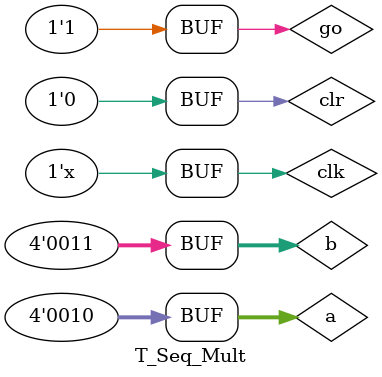
<source format=v>
`timescale 1ns / 1ps

module T_Seq_Mult;

reg clk;
reg clr;
reg go;
reg [3:0] a;
reg [3:0] b;
wire [7:0] p_out;
wire zero, lsb_b;
wire en_a, ld_shift_a,
     en_b, ld_shift_b,
     en_p, ld_add_p;
wire [7:0] p;

Seq_Mult T_MUUT_mult(.clk(clk),
                     .clr(clr),
                     .go(go),
                     .a(a),
                     .b(b),
                     .p_out(p_out),
                     .zero(zero),
                     .lsb_b(lsb_b),
                     .en_a(en_a),
                     .en_b(en_b),
                     .en_p(en_p),
                     .ld_shift_a(ld_shift_a),
                     .ld_shift_b(ld_shift_b),
                     .ld_add_p(ld_add_p),
                     .p(p));
                     
always #10 clk = ~clk;
    
initial begin
    
    clk <= 0;
    #50 clr <= 1;
    #50 clr <= 0;
        go <= 1;
    
    #100 a <= 4'b0010;
         b <= 4'b0011;
    
end    

endmodule

</source>
